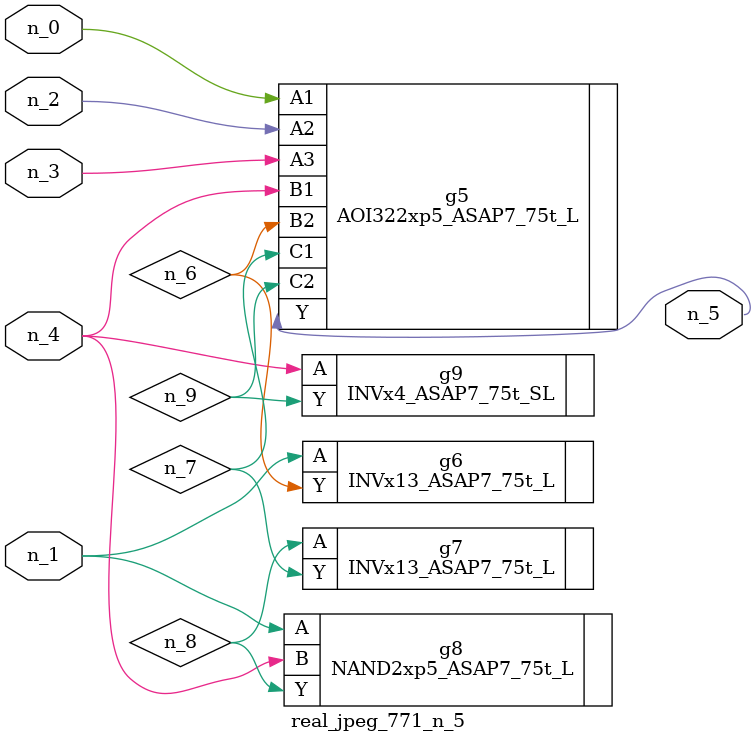
<source format=v>
module real_jpeg_771_n_5 (n_4, n_0, n_1, n_2, n_3, n_5);

input n_4;
input n_0;
input n_1;
input n_2;
input n_3;

output n_5;

wire n_8;
wire n_6;
wire n_7;
wire n_9;

AOI322xp5_ASAP7_75t_L g5 ( 
.A1(n_0),
.A2(n_2),
.A3(n_3),
.B1(n_4),
.B2(n_6),
.C1(n_7),
.C2(n_9),
.Y(n_5)
);

INVx13_ASAP7_75t_L g6 ( 
.A(n_1),
.Y(n_6)
);

NAND2xp5_ASAP7_75t_L g8 ( 
.A(n_1),
.B(n_4),
.Y(n_8)
);

INVx4_ASAP7_75t_SL g9 ( 
.A(n_4),
.Y(n_9)
);

INVx13_ASAP7_75t_L g7 ( 
.A(n_8),
.Y(n_7)
);


endmodule
</source>
